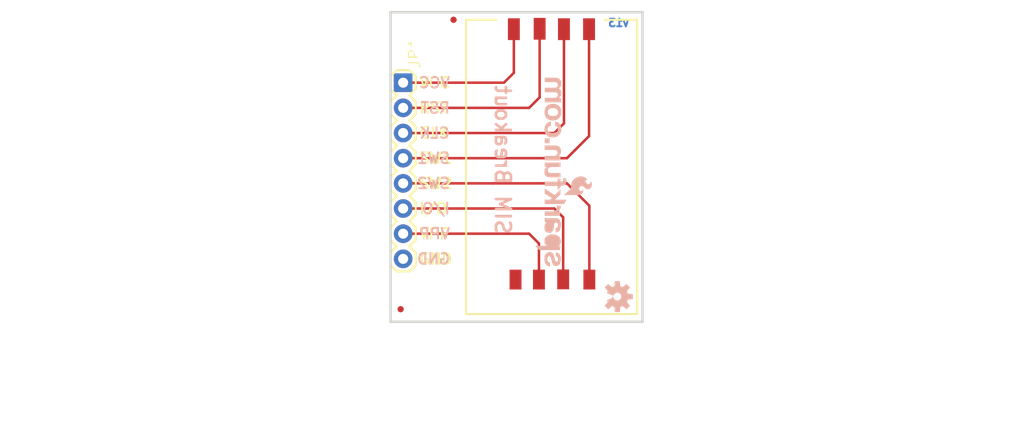
<source format=kicad_pcb>
(kicad_pcb (version 20211014) (generator pcbnew)
  (layers (0 "F.Cu" signal) (31 "B.Cu" signal) (34 "B.Paste" user) (35 "F.Paste" user) (36 "B.SilkS" user "B.Silkscreen") (37 "F.SilkS" user "F.Silkscreen") (38 "B.Mask" user) (39 "F.Mask" user) (44 "Edge.Cuts" user))
  (net 0 "")
  (net 1 "VCC")
  (net 2 "RST")
  (net 3 "CLK")
  (net 4 "I/O")
  (net 5 "VPP")
  (net 6 "GND")
  (net 7 "SW1")
  (net 8 "SW2")
  (footprint "boardEagle:STAND-OFF" (layer "F.Cu") (at 139.6111 118.0846)
    (fp_text reference "STANDOFF2" hide)
    (fp_text value "STAND-OFF" hide)
    (pad "" np_thru_hole circle (at 0 0) (size 3.302 3.302) (drill 3.302) (layers *.Cu *.Mask))
  )
  (footprint "boardEagle:SIMHOLDER2" (layer "F.Cu") (at 143.4211 90.1446 -90)
    (fp_text reference "U2" hide)
    (fp_text value "SIMHOLDER" hide)
    (fp_line (start 0 -17.24) (end 0 -14) (layer "F.SilkS") (width 0.2032))
    (fp_line (start 0 -17.245) (end 29.7 -17.245) (layer "F.SilkS") (width 0.2032))
    (fp_line (start 29.7 0) (end 0 0) (layer "F.SilkS") (width 0.2032))
    (fp_line (start 29.7 -17.245) (end 29.7 0) (layer "F.SilkS") (width 0.2032))
    (fp_line (start 0 0) (end 0 -3) (layer "F.SilkS") (width 0.2032))
    (pad "1" smd rect (at 0.95 -4.81) (size 1.2 2.2) (layers "F.Cu" "F.Paste" "F.Mask") (net 1 "VCC"))
    (pad "2" smd rect (at 0.91 -7.41) (size 1.2 2.2) (layers "F.Cu" "F.Paste" "F.Mask") (net 2 "RST"))
    (pad "3" smd rect (at 0.95 -9.86) (size 1.2 2.2) (layers "F.Cu" "F.Paste" "F.Mask") (net 3 "CLK"))
    (pad "4" smd rect (at 0.95 -12.39) (size 1.2 2.2) (layers "F.Cu" "F.Paste" "F.Mask") (net 7 "SW1"))
    (pad "5" smd rect (at 26.22 -12.42) (size 1.2 2) (layers "F.Cu" "F.Paste" "F.Mask") (net 8 "SW2"))
    (pad "6" smd rect (at 26.2 -9.78) (size 1.2 2) (layers "F.Cu" "F.Paste" "F.Mask") (net 4 "I/O"))
    (pad "7" smd rect (at 26.22 -7.34) (size 1.2 2) (layers "F.Cu" "F.Paste" "F.Mask") (net 5 "VPP"))
    (pad "8" smd rect (at 26.22 -4.98) (size 1.2 2) (layers "F.Cu" "F.Paste" "F.Mask") (net 6 "GND"))
  )
  (footprint "boardEagle:MICRO-FIDUCIAL" (layer "F.Cu") (at 136.8171 119.3546)
    (fp_text reference "FID1" hide)
    (fp_text value "FIDUCIALUFIDUCIAL" hide)
    (pad "1" smd roundrect (at 0 0) (size 0.635 0.635) (layers "F.Cu" "F.Mask") (roundrect_rratio 0.5))
  )
  (footprint "boardEagle:STAND-OFF" (layer "F.Cu") (at 139.6111 92.6846)
    (fp_text reference "STANDOFF1" hide)
    (fp_text value "STAND-OFF" hide)
    (pad "" np_thru_hole circle (at 0 0) (size 3.302 3.302) (drill 3.302) (layers *.Cu *.Mask))
  )
  (footprint "boardEagle:CREATIVE_COMMONS" (layer "F.Cu") (at 116.7511 130.7846)
    (fp_text reference "FRAME2" hide)
    (fp_text value "FRAME-LETTER" hide)
  )
  (footprint "boardEagle:1X08" (layer "F.Cu") (at 137.0711 96.4946 -90)
    (fp_text reference "JP1" (at -1.3462 -1.8288 -90) (layer "F.SilkS") (effects (font (size 1.143 1.143) (thickness 0.127)) (justify left bottom)))
    (fp_text value "")
    (fp_line (start 13.97 0.635) (end 13.335 1.27) (layer "F.SilkS") (width 0.2032))
    (fp_line (start 11.43 0.635) (end 10.795 1.27) (layer "F.SilkS") (width 0.2032))
    (fp_line (start 13.335 1.27) (end 12.065 1.27) (layer "F.SilkS") (width 0.2032))
    (fp_line (start 0.635 1.27) (end -0.635 1.27) (layer "F.SilkS") (width 0.2032))
    (fp_line (start 8.255 1.27) (end 6.985 1.27) (layer "F.SilkS") (width 0.2032))
    (fp_line (start 3.175 1.27) (end 1.905 1.27) (layer "F.SilkS") (width 0.2032))
    (fp_line (start 14.605 -1.27) (end 13.97 -0.635) (layer "F.SilkS") (width 0.2032))
    (fp_line (start 13.97 0.635) (end 14.605 1.27) (layer "F.SilkS") (width 0.2032))
    (fp_line (start 12.065 1.27) (end 11.43 0.635) (layer "F.SilkS") (width 0.2032))
    (fp_line (start 6.35 0.635) (end 5.715 1.27) (layer "F.SilkS") (width 0.2032))
    (fp_line (start 1.27 -0.635) (end 1.905 -1.27) (layer "F.SilkS") (width 0.2032))
    (fp_line (start 15.875 -1.27) (end 16.51 -0.635) (layer "F.SilkS") (width 0.2032))
    (fp_line (start 4.445 1.27) (end 3.81 0.635) (layer "F.SilkS") (width 0.2032))
    (fp_line (start 18.415 1.27) (end 17.145 1.27) (layer "F.SilkS") (width 0.2032))
    (fp_line (start 6.985 -1.27) (end 8.255 -1.27) (layer "F.SilkS") (width 0.2032))
    (fp_line (start 18.415 -1.27) (end 19.05 -0.635) (layer "F.SilkS") (width 0.2032))
    (fp_line (start 3.81 0.635) (end 3.175 1.27) (layer "F.SilkS") (width 0.2032))
    (fp_line (start 1.27 0.635) (end 0.635 1.27) (layer "F.SilkS") (width 0.2032))
    (fp_line (start 6.35 0.635) (end 6.985 1.27) (layer "F.SilkS") (width 0.2032))
    (fp_line (start 1.905 -1.27) (end 3.175 -1.27) (layer "F.SilkS") (width 0.2032))
    (fp_line (start 0.635 -1.27) (end 1.27 -0.635) (layer "F.SilkS") (width 0.2032))
    (fp_line (start 10.795 -1.27) (end 11.43 -0.635) (layer "F.SilkS") (width 0.2032))
    (fp_line (start -1.27 0.635) (end -0.635 1.27) (layer "F.SilkS") (width 0.2032))
    (fp_line (start 19.05 0.635) (end 18.415 1.27) (layer "F.SilkS") (width 0.2032))
    (fp_line (start 8.89 0.635) (end 8.255 1.27) (layer "F.SilkS") (width 0.2032))
    (fp_line (start -1.27 -0.635) (end -1.27 0.635) (layer "F.SilkS") (width 0.2032))
    (fp_line (start 11.43 -0.635) (end 12.065 -1.27) (layer "F.SilkS") (width 0.2032))
    (fp_line (start 8.89 -0.635) (end 9.525 -1.27) (layer "F.SilkS") (width 0.2032))
    (fp_line (start 8.255 -1.27) (end 8.89 -0.635) (layer "F.SilkS") (width 0.2032))
    (fp_line (start -0.635 -1.27) (end -1.27 -0.635) (layer "F.SilkS") (width 0.2032))
    (fp_line (start 14.605 -1.27) (end 15.875 -1.27) (layer "F.SilkS") (width 0.2032))
    (fp_line (start 3.175 -1.27) (end 3.81 -0.635) (layer "F.SilkS") (width 0.2032))
    (fp_line (start 9.525 -1.27) (end 10.795 -1.27) (layer "F.SilkS") (width 0.2032))
    (fp_line (start 13.335 -1.27) (end 13.97 -0.635) (layer "F.SilkS") (width 0.2032))
    (fp_line (start 6.985 -1.27) (end 6.35 -0.635) (layer "F.SilkS") (width 0.2032))
    (fp_line (start 5.715 1.27) (end 4.445 1.27) (layer "F.SilkS") (width 0.2032))
    (fp_line (start 17.145 -1.27) (end 16.51 -0.635) (layer "F.SilkS") (width 0.2032))
    (fp_line (start 9.525 1.27) (end 8.89 0.635) (layer "F.SilkS") (width 0.2032))
    (fp_line (start 16.51 0.635) (end 17.145 1.27) (layer "F.SilkS") (width 0.2032))
    (fp_line (start 15.875 1.27) (end 14.605 1.27) (layer "F.SilkS") (width 0.2032))
    (fp_line (start 10.795 1.27) (end 9.525 1.27) (layer "F.SilkS") (width 0.2032))
    (fp_line (start 3.81 -0.635) (end 4.445 -1.27) (layer "F.SilkS") (width 0.2032))
    (fp_line (start 5.715 -1.27) (end 6.35 -0.635) (layer "F.SilkS") (width 0.2032))
    (fp_line (start 16.51 0.635) (end 15.875 1.27) (layer "F.SilkS") (width 0.2032))
    (fp_line (start 12.065 -1.27) (end 13.335 -1.27) (layer "F.SilkS") (width 0.2032))
    (fp_line (start 1.905 1.27) (end 1.27 0.635) (layer "F.SilkS") (width 0.2032))
    (fp_line (start 4.445 -1.27) (end 5.715 -1.27) (layer "F.SilkS") (width 0.2032))
    (fp_line (start -0.635 -1.27) (end 0.635 -1.27) (layer "F.SilkS") (width 0.2032))
    (fp_line (start 19.05 -0.635) (end 19.05 0.635) (layer "F.SilkS") (width 0.2032))
    (fp_line (start 17.145 -1.27) (end 18.415 -1.27) (layer "F.SilkS") (width 0.2032))
    (pad "1" thru_hole rect (at 0 0) (size 1.8796 1.8796) (drill 1.016) (layers *.Cu *.Mask) (net 1 "VCC"))
    (pad "2" thru_hole circle (at 2.54 0) (size 1.8796 1.8796) (drill 1.016) (layers *.Cu *.Mask) (net 2 "RST"))
    (pad "3" thru_hole circle (at 5.08 0) (size 1.8796 1.8796) (drill 1.016) (layers *.Cu *.Mask) (net 3 "CLK"))
    (pad "4" thru_hole circle (at 7.62 0) (size 1.8796 1.8796) (drill 1.016) (layers *.Cu *.Mask) (net 7 "SW1"))
    (pad "5" thru_hole circle (at 10.16 0) (size 1.8796 1.8796) (drill 1.016) (layers *.Cu *.Mask) (net 8 "SW2"))
    (pad "6" thru_hole circle (at 12.7 0) (size 1.8796 1.8796) (drill 1.016) (layers *.Cu *.Mask) (net 4 "I/O"))
    (pad "7" thru_hole circle (at 15.24 0) (size 1.8796 1.8796) (drill 1.016) (layers *.Cu *.Mask) (net 5 "VPP"))
    (pad "8" thru_hole circle (at 17.78 0) (size 1.8796 1.8796) (drill 1.016) (layers *.Cu *.Mask) (net 6 "GND"))
  )
  (footprint "boardEagle:MICRO-FIDUCIAL" (layer "F.Cu") (at 142.1511 90.1446)
    (fp_text reference "FID2" hide)
    (fp_text value "FIDUCIALUFIDUCIAL" hide)
    (pad "1" smd roundrect (at 0 0) (size 0.635 0.635) (layers "F.Cu" "F.Mask") (roundrect_rratio 0.5))
  )
  (footprint "boardEagle:SFE-NEW-WEBLOGO" (layer "B.Cu") (at 150.4061 115.0366 90)
    (fp_text reference "U$1" hide)
    (fp_text value "" hide)
    (fp_line (start 15.5702 2.2962) (end 15.5702 2.6137) (layer "B.SilkS") (width 0.0254))
    (fp_line (start 10.7163 0.9449) (end 10.7163 2.5171) (layer "B.SilkS") (width 0.0254))
    (fp_line (start 15.5499 2.6137) (end 15.5499 2.2911) (layer "B.SilkS") (width 0.0254))
    (fp_line (start 12.1818 2.0091) (end 12.1818 0.955) (layer "B.SilkS") (width 0.0254))
    (fp_line (start 11.1379 0.9449) (end 10.7163 0.9449) (layer "B.SilkS") (width 0.0254))
    (fp_line (start 11.7729 0.955) (end 11.7729 1.9202) (layer "B.SilkS") (width 0.0254))
    (fp_line (start 15.5499 2.2911) (end 15.527 2.2911) (layer "B.SilkS") (width 0.0254))
    (fp_line (start 11.1201 2.2962) (end 11.1277 2.2962) (layer "B.SilkS") (width 0.0254))
    (fp_line (start 10.7163 2.5171) (end 11.1201 2.5171) (layer "B.SilkS") (width 0.0254))
    (fp_line (start 15.5702 2.6137) (end 15.5854 2.6137) (layer "B.SilkS") (width 0.0254))
    (fp_line (start 11.1379 1.8136) (end 11.1379 0.9449) (layer "B.SilkS") (width 0.0254))
    (fp_line (start 11.1201 2.5171) (end 11.1201 2.2962) (layer "B.SilkS") (width 0.0254))
    (fp_line (start 12.1818 0.955) (end 11.7729 0.955) (layer "B.SilkS") (width 0.0254))
    (fp_arc (start 15.9029 0.9754) (mid 16.153433 1.12491) (end 16.317 1.3665) (layer "B.SilkS") (width 0.0254))
    (fp_arc (start 11.4198 2.2327) (mid 11.475702 2.235165) (end 11.5316 2.2377) (layer "B.SilkS") (width 0.0254))
    (fp_arc (start 12.1488 2.232699) (mid 12.104013 2.336521) (end 12.0345 2.4257) (layer "B.SilkS") (width 0.0254))
    (fp_arc (start 11.5672 2.5552) (mid 11.411238 2.523841) (end 11.2725 2.446) (layer "B.SilkS") (width 0.0254))
    (fp_arc (start 11.7678 2.5502) (mid 11.667584 2.556058) (end 11.5672 2.5552) (layer "B.SilkS") (width 0.0254))
    (fp_arc (start 11.1455 2.3038) (mid 11.152103 2.311188) (end 11.1582 2.319) (layer "B.SilkS") (width 0.0254))
    (fp_arc (start 15.5499 2.6137) (mid 15.331296 2.577713) (end 15.1282 2.4892) (layer "B.SilkS") (width 0.0254))
    (fp_arc (start 15.9588 1.971) (mid 15.910982 2.096372) (end 15.8318 2.2047) (layer "B.SilkS") (width 0.0254))
    (fp_arc (start 15.7277 2.2708) (mid 15.650001 2.290018) (end 15.5702 2.2962) (layer "B.SilkS") (width 0.0254))
    (fp_arc (start 11.2725 2.446) (mid 11.226399 2.404414) (end 11.1862 2.3571) (layer "B.SilkS") (width 0.0254))
    (fp_arc (start 11.7729 1.9202) (mid 11.758038 2.02962) (end 11.7145 2.1311) (layer "B.SilkS") (width 0.0254))
    (fp_arc (start 11.7145 2.1311) (mid 11.664346 2.1894) (end 11.5976 2.2276) (layer "B.SilkS") (width 0.0254))
    (fp_arc (start 16.4033 1.808499) (mid 16.333054 2.143404) (end 16.129 2.4181) (layer "B.SilkS") (width 0.0254))
    (fp_arc (start 14.7549 1.9507) (mid 14.737287 1.759061) (end 14.7523 1.5672) (layer "B.SilkS") (width 0.0254))
    (fp_arc (start 16.129 2.4181) (mid 15.978822 2.520652) (end 15.809 2.5857) (layer "B.SilkS") (width 0.0254))
    (fp_arc (start 11.1379 1.8821) (mid 11.137681 1.84785) (end 11.1379 1.8136) (layer "B.SilkS") (width 0.0254))
    (fp_arc (start 14.7523 1.5672) (mid 14.792796 1.413418) (end 14.8615 1.27) (layer "B.SilkS") (width 0.0254))
    (fp_arc (start 15.5423 0.9195) (mid 15.724919 0.932492) (end 15.9029 0.9754) (layer "B.SilkS") (width 0.0254))
    (fp_arc (start 15.428 1.2522) (mid 15.597525 1.230563) (end 15.7632 1.2725) (layer "B.SilkS") (width 0.0254))
    (fp_arc (start 15.9868 1.7196) (mid 15.980368 1.846143) (end 15.9588 1.971) (layer "B.SilkS") (width 0.0254))
    (fp_arc (start 15.8318 2.2047) (mid 15.783745 2.244042) (end 15.7277 2.2708) (layer "B.SilkS") (width 0.0254))
    (fp_arc (start 12.0345 2.425699) (mid 11.911985 2.51116) (end 11.7678 2.5502) (layer "B.SilkS") (width 0.0254))
    (fp_arc (start 16.317 1.3665) (mid 16.380488 1.583529) (end 16.4033 1.8085) (layer "B.SilkS") (width 0.0254))
    (fp_arc (start 15.2781 2.1692) (mid 15.20247 2.035022) (end 15.168899 1.8847) (layer "B.SilkS") (width 0.0254))
    (fp_arc (start 11.1277 2.2962) (mid 11.137379 2.298176) (end 11.1455 2.3038) (layer "B.SilkS") (width 0.0254))
    (fp_arc (start 11.2598 2.1692) (mid 11.206137 2.110016) (end 11.1684 2.0396) (layer "B.SilkS") (width 0.0254))
    (fp_arc (start 15.128201 2.4892) (mid 14.882786 2.260687) (end 14.7549 1.9507) (layer "B.SilkS") (width 0.0254))
    (fp_arc (start 11.5976 2.2276) (mid 11.565101 2.235925) (end 11.5316 2.2377) (layer "B.SilkS") (width 0.0254))
    (fp_arc (start 14.9911 1.1201) (mid 15.249615 0.972855) (end 15.5423 0.9195) (layer "B.SilkS") (width 0.0254))
    (fp_arc (start 11.4198 2.2327) (mid 11.334441 2.214452) (end 11.259799 2.1692) (layer "B.SilkS") (width 0.0254))
    (fp_arc (start 11.1684 2.0396) (mid 11.146105 1.962214) (end 11.1379 1.8821) (layer "B.SilkS") (width 0.0254))
    (fp_arc (start 14.8615 1.27) (mid 14.919858 1.189481) (end 14.9911 1.1201) (layer "B.SilkS") (width 0.0254))
    (fp_arc (start 15.527 2.2911) (mid 15.388433 2.258974) (end 15.278099 2.1692) (layer "B.SilkS") (width 0.0254))
    (fp_arc (start 15.908 1.4097) (mid 15.966057 1.559906) (end 15.9868 1.7196) (layer "B.SilkS") (width 0.0254))
    (fp_arc (start 15.7632 1.2725) (mid 15.846801 1.329279) (end 15.908 1.4097) (layer "B.SilkS") (width 0.0254))
    (fp_arc (start 12.1818 2.0091) (mid 12.172765 2.122002) (end 12.1488 2.2327) (layer "B.SilkS") (width 0.0254))
    (fp_arc (start 15.24 1.4097) (mid 15.31871 1.3127) (end 15.428 1.2522) (layer "B.SilkS") (width 0.0254))
    (fp_arc (start 15.809 2.5857) (mid 15.698073 2.606673) (end 15.5854 2.6137) (layer "B.SilkS") (width 0.0254))
    (fp_arc (start 15.1689 1.8847) (mid 15.165026 1.761448) (end 15.1714 1.6383) (layer "B.SilkS") (width 0.0254))
    (fp_arc (start 15.1714 1.6383) (mid 15.194331 1.520588) (end 15.24 1.4097) (layer "B.SilkS") (width 0.0254))
    (fp_arc (start 11.1862 2.3571) (mid 11.172158 2.338081) (end 11.1582 2.319) (layer "B.SilkS") (width 0.0254))
    (fp_poly (pts (xy 14.181776 2.563159) (xy 14.181555 2.560669) (xy 14.327447 2.496725) (xy 14.547848 2.246517) (xy 14.619242 1.9914) (xy 14.1707 1.9914) (xy 14.1707 2.005388) (xy 14.15242 2.10038) (xy 14.100807 2.180729) (xy 14.023181 2.236025) (xy 13.860405 2.2706) (xy 13.694207 2.245798) (xy 13.653262 2.227396) (xy 13.618712 2.198612) (xy 13.531409 2.074936) (xy 13.459735 1.779947) (xy 13.507258 1.471936) (xy 13.55233 1.379537) (xy 13.718934 1.256376) (xy 13.795519 1.238584) (xy 13.875272 1.234455) (xy 13.963395 1.249226) (xy 14.044683 1.286045) (xy 14.088707 1.320383) (xy 14.123821 1.362695) (xy 14.191983 1.5646) (xy 14.6202 1.5646) (xy 14.6202 1.546046) (xy 14.607183 1.4497) (xy 14.551954 1.307962) (xy 14.468685 1.180108) (xy 14.234909 0.989147) (xy 13.88734 0.904104) (xy 13.726062 0.914148) (xy 13.567886 0.942693) (xy 13.423659 0.994928) (xy 13.188191 1.185237) (xy 13.098694 1.32648) (xy 13.017451 1.644495) (xy 13.0251 1.894992) (xy 13.0251 1.896181) (xy 13.064859 2.076939) (xy 13.14486 2.243932) (xy 13.26133 2.388842) (xy 13.574558 2.580191) (xy 13.883988 2.616332)) (layer "B.SilkS") (width 0) (fill solid))
    (fp_poly (pts (xy 6.7335 1.97376) (xy 7.284539 2.5248) (xy 7.78835 2.5248) (xy 7.197009 1.946483) (xy 7.869909 0.937183) (xy 7.330929 0.939835) (xy 6.903958 1.643716) (xy 6.7386 1.483032) (xy 6.7386 0.9296) (xy 6.306639 0.9296) (xy 6.2941 0.942139) (xy 6.2941 2.887776) (xy 6.7335 3.138467)) (layer "B.SilkS") (width 0) (fill solid))
    (fp_poly (pts (xy 4.444983 2.544915) (xy 4.588724 2.501712) (xy 4.72259 2.430523) (xy 4.844814 2.271666) (xy 4.859671 2.1819) (xy 4.8616 2.1819) (xy 4.8616 1.6891) (xy 4.864173 1.6891) (xy 4.861603 1.242544) (xy 4.871819 1.108765) (xy 4.906709 0.979276) (xy 4.920484 0.9423) (xy 4.495275 0.9423) (xy 4.477494 0.951279) (xy 4.472002 0.970735) (xy 4.468249 0.985133) (xy 4.446292 1.084946) (xy 4.440321 1.089528) (xy 4.438946 1.088886) (xy 4.309064 0.98859) (xy 4.153188 0.927249) (xy 3.824183 0.906712) (xy 3.683825 0.938256) (xy 3.554173 1.000134) (xy 3.486826 1.05665) (xy 3.437273 1.130532) (xy 3.3807 1.444163) (xy 3.3807 1.446675) (xy 3.401941 1.543624) (xy 3.446308 1.632822) (xy 3.527788 1.722902) (xy 3.632416 1.784766) (xy 3.937258 1.861632) (xy 4.048648 1.873601) (xy 4.159032 1.884616) (xy 4.224808 1.893434) (xy 4.289167 1.907055) (xy 4.336271 1.923637) (xy 4.379043 1.948303) (xy 4.407461 1.974391) (xy 4.413402 1.982997) (xy 4.4171 1.991455) (xy 4.4171 2.14983) (xy 4.358226 2.232254) (xy 4.254396 2.270917) (xy 4.188033 2.274326) (xy 4.120968 2.275774) (xy 4.006679 2.25395) (xy 3.883049 2.131716) (xy 3.8659 2.045941) (xy 3.8659 2.0295) (xy 3.429 2.0295) (xy 3.429 2.040006) (xy 3.418965 2.041638) (xy 3.439259 2.166448) (xy 3.491292 2.283494) (xy 3.571378 2.383462) (xy 3.674008 2.459597) (xy 3.791998 2.513469) (xy 3.916944 2.547448) (xy 4.18103 2.571338)) (layer "B.SilkS") (width 0) (fill solid))
    (fp_poly (pts (xy 0.803285 2.567895) (xy 0.944243 2.553799) (xy 1.081508 2.516334) (xy 1.193542 2.461399) (xy 1.291841 2.383865) (xy 1.357039 2.297824) (xy 1.377068 2.257603) (xy 1.393653 2.216867) (xy 1.417283 2.151914) (xy 1.353784 2.105111) (xy 1.152335 2.254241) (xy 0.736496 2.387002) (xy 0.372563 2.277101) (xy 0.417885 2.019712) (xy 1.241556 1.540676) (xy 1.263422 1.497067) (xy 1.147655 1.152457) (xy 0.724605 1.058492) (xy -0.038666 1.4605) (xy 0.4115 1.4605) (xy 0.4115 1.443466) (xy 0.420402 1.369907) (xy 0.454647 1.305856) (xy 0.524204 1.243359) (xy 0.610838 1.206018) (xy 0.637726 1.200933) (xy 0.665996 1.198897) (xy 0.7328 1.198389) (xy 0.79791 1.198884) (xy 0.968129 1.258019) (xy 1.007666 1.302193) (xy 1.028603 1.358428) (xy 1.025789 1.425439) (xy 0.995864 1.485288) (xy 0.943734 1.527918) (xy 0.715431 1.605731) (xy 0.533161 1.644154) (xy 0.351479 1.692254) (xy 0.230117 1.743632) (xy 0.122357 1.822697) (xy 0.0457 1.960096) (xy 0.0457 1.963141) (xy 0.038572 2.135467) (xy 0.0838 2.300409) (xy 0.0838 2.303445) (xy 0.206233 2.444416) (xy 0.620397 2.567885) (xy 0.71245 2.568634)) (layer "B.SilkS") (width 0) (fill solid))
    (fp_poly (pts (xy 8.337002 5.691103) (xy 8.426449 5.668729) (xy 8.439477 5.663683) (xy 8.451149 5.657775) (xy 8.46786 5.649476) (xy 8.486552 5.642734) (xy 8.582694 5.5855) (xy 8.5903 5.5855) (xy 8.5903 5.5601) (xy 8.517833 5.5601) (xy 8.419418 5.540814) (xy 8.285855 5.378186) (xy 8.290365 5.319725) (xy 8.33909 5.224769) (xy 8.415666 5.148096) (xy 8.505069 5.083538) (xy 8.580348 5.051724) (xy 8.661737 5.054532) (xy 8.669864 5.057086) (xy 8.677257 5.060289) (xy 8.741514 5.119856) (xy 8.7478 5.142712) (xy 8.7478 5.260838) (xy 8.974707 5.031027) (xy 9.079186 4.739741) (xy 9.082603 4.739794) (xy 9.08906 4.533335) (xy 9.059857 4.34032) (xy 8.996308 4.155742) (xy 8.8773 3.944478) (xy 8.8773 3.963481) (xy 8.589131 3.69191) (xy 8.193239 3.5814) (xy 7.964005 3.5814) (xy 7.927201 3.574946) (xy 7.892776 3.562492) (xy 7.707322 3.424684) (xy 7.1984 2.85199) (xy 7.1984 4.40367) (xy 7.271004 4.644867) (xy 7.379295 4.748389) (xy 7.518122 4.800422) (xy 7.6149 4.807989) (xy 7.710384 4.800523) (xy 7.77091 4.790999) (xy 7.768788 4.767333) (xy 7.733216 4.768142) (xy 7.712784 4.759041) (xy 7.631519 4.700054) (xy 7.611722 4.67357) (xy 7.601395 4.6114) (xy 7.611905 4.548129) (xy 7.632405 4.508074) (xy 7.663343 4.475585) (xy 7.757535 4.42645) (xy 7.863229 4.414642) (xy 7.953768 4.432984) (xy 8.03522 4.472556) (xy 8.13303 4.637559) (xy 8.118706 4.731744) (xy 8.061914 4.813301) (xy 7.795707 5.146137) (xy 7.772667 5.393755) (xy 7.838495 5.504456) (xy 7.840042 5.506003) (xy 7.989901 5.63002) (xy 8.243676 5.699964)) (layer "B.SilkS") (width 0) (fill solid))
    (fp_poly (pts (xy 9.4234 1.520809) (xy 9.472888 1.359974) (xy 9.516069 1.308185) (xy 9.573108 1.271734) (xy 9.714103 1.241374) (xy 9.853529 1.268908) (xy 10.003067 1.442966) (xy 10.033 1.684784) (xy 10.033 2.5273) (xy 10.48 2.5273) (xy 10.48 0.9398) (xy 10.0533 0.9398) (xy 10.0533 1.159713) (xy 9.961626 1.051965) (xy 9.823848 0.946774) (xy 9.797269 0.933513) (xy 9.76873 0.924761) (xy 9.46843 0.899096) (xy 9.311419 0.929258) (xy 9.173895 1.0008) (xy 9.172522 1.0008) (xy 9.155194 1.014756) (xy 9.141833 1.028106) (xy 9.055991 1.150842) (xy 9.0022 1.291099) (xy 8.984 1.439423) (xy 8.984 2.5324) (xy 9.4234 2.5324)) (layer "B.SilkS") (width 0) (fill solid))
    (fp_poly (pts (xy 6.1316 2.557116) (xy 6.1316 2.1463) (xy 6.115783 2.1463) (xy 6.10653 2.147054) (xy 6.097893 2.149211) (xy 6.068387 2.157247) (xy 6.038922 2.161538) (xy 5.96265 2.16474) (xy 5.887609 2.16159) (xy 5.731931 2.107297) (xy 5.637642 2.018651) (xy 5.577302 1.903423) (xy 5.5499 1.736362) (xy 5.5499 0.9423) (xy 5.107878 0.9423) (xy 5.110519 2.454146) (xy 5.522 2.527255) (xy 5.522 2.234211) (xy 5.526569 2.235704) (xy 5.544428 2.262537) (xy 5.578841 2.314524) (xy 5.613758 2.367854) (xy 5.686736 2.438162) (xy 5.778008 2.498223) (xy 5.979984 2.565515)) (layer "B.SilkS") (width 0) (fill solid))
    (fp_poly (pts (xy 12.4257 0.9449) (xy 12.921 0.9449) (xy 12.921 1.43) (xy 12.4257 1.43)) (layer "B.SilkS") (width 0) (fill solid))
    (fp_poly (pts (xy 15.5499 2.609649) (xy 15.5499 2.29782) (xy 15.429469 2.281338) (xy 15.314616 2.217851) (xy 15.23586 2.109416) (xy 15.196312 2.020604) (xy 15.168868 1.873153) (xy 15.163824 1.687316) (xy 15.181322 1.562471) (xy 15.218744 1.447652) (xy 15.272523 1.345) (xy 15.437302 1.244156) (xy 15.6121 1.221967) (xy 15.787119 1.281181) (xy 15.894998 1.379217) (xy 15.949332 1.500229) (xy 15.9868 1.655017) (xy 15.9868 1.797481) (xy 15.961756 1.990339) (xy 15.88736 2.151531) (xy 15.803924 2.232457) (xy 15.708711 2.283762) (xy 15.58997 2.2936) (xy 15.567485 2.2936) (xy 15.57294 2.617878) (xy 15.788992 2.590535) (xy 15.954486 2.53364) (xy 16.155367 2.394616) (xy 16.266844 2.264968) (xy 16.37246 2.027864) (xy 16.400898 1.805948) (xy 16.375193 1.592623) (xy 16.305839 1.343513) (xy 16.222719 1.211114) (xy 16.101494 1.095067) (xy 15.987532 1.014773) (xy 15.799031 0.950211) (xy 15.544583 0.924513) (xy 15.240687 0.965682) (xy 14.951456 1.146439) (xy 14.788469 1.399985) (xy 14.726674 1.793647) (xy 14.809154 2.154405) (xy 15.026083 2.4307) (xy 15.368412 2.600648) (xy 15.51864 2.6187) (xy 15.52691 2.6187)) (layer "B.SilkS") (width 0) (fill solid))
    (fp_poly (pts (xy 11.770768 2.56283) (xy 12.043428 2.435548) (xy 12.160999 2.237024) (xy 12.1945 2.010032) (xy 12.1945 0.9423) (xy 11.7602 0.9423) (xy 11.7602 1.918474) (xy 11.70302 2.124971) (xy 11.656141 2.179464) (xy 11.593345 2.215403) (xy 11.53092 2.224956) (xy 11.476269 2.222478) (xy 11.422495 2.220106) (xy 11.268 2.158791) (xy 11.18035 2.034508) (xy 11.1506 1.880883) (xy 11.1506 0.9322) (xy 10.7036 0.9322) (xy 10.7036 2.5298) (xy 11.1328 2.5298) (xy 11.1328 2.310454) (xy 11.136857 2.313263) (xy 11.148195 2.326834) (xy 11.161924 2.345602) (xy 11.176241 2.364992) (xy 11.217267 2.413279) (xy 11.265048 2.456381) (xy 11.406772 2.535896) (xy 11.566093 2.567932)) (layer "B.SilkS") (width 0) (fill solid))
    (fp_poly (pts (xy 8.809435 3.119895) (xy 8.875117 3.1166) (xy 8.89 3.1166) (xy 8.89 2.7889) (xy 8.869112 2.7889) (xy 8.841108 2.7915) (xy 8.660351 2.7915) (xy 8.587936 2.740064) (xy 8.571192 2.699602) (xy 8.5649 2.653436) (xy 8.5649 2.5273) (xy 8.8621 2.5273) (xy 8.8621 2.2352) (xy 8.5623 2.2352) (xy 8.5623 0.9322) (xy 8.1204 0.9322) (xy 8.1204 2.232779) (xy 7.70383 2.235391) (xy 7.995739 2.5273) (xy 8.1255 2.5273) (xy 8.1255 2.560826) (xy 8.143432 2.77702) (xy 8.219199 2.938937) (xy 8.324367 3.032939) (xy 8.449534 3.095959) (xy 8.586403 3.1242) (xy 8.743112 3.1242)) (layer "B.SilkS") (width 0) (fill solid))
    (fp_poly (pts (xy 1.201557 2.290098) (xy 1.414074 2.156268) (xy 1.42383 2.065) (xy 1.01008 2.065) (xy 1.00135 2.126336) (xy 0.936084 2.220524) (xy 0.871818 2.257603) (xy 0.798545 2.2758) (xy 0.628591 2.2758) (xy 0.583991 2.267366) (xy 0.541641 2.251683) (xy 0.51157 2.232098) (xy 0.488615 2.205726) (xy 0.469153 2.152745) (xy 0.474605 2.097619) (xy 0.521549 2.031824) (xy 0.664468 1.962838) (xy 0.866638 1.922444) (xy 1.206678 1.822687) (xy 1.354318 1.729494) (xy 1.389578 1.692366) (xy 1.416579 1.648151) (xy 1.460229 1.440208) (xy 1.447804 1.4376) (xy 1.460484 1.436955) (xy 1.457817 1.384541) (xy 1.452657 1.33034) (xy 1.371775 1.140043) (xy 1.14885 0.969822) (xy 1.013381 0.927267) (xy 0.74708 0.904177) (xy 0.617383 0.909691) (xy 0.487493 0.922202) (xy 0.306845 0.984179) (xy 0.185213 1.061804) (xy 0.109225 1.132023) (xy 0.056988 1.2215) (xy 0.013059 1.350644) (xy 0.002577 1.410659) (xy -0.00152 1.469003) (xy 0.738195 1.10308) (xy 1.120535 1.189415) (xy 1.224069 1.497645) (xy 0.809011 1.723764) (xy 0.364394 1.98847) (xy 0.308075 2.310537) (xy 0.741882 2.423672)) (layer "B.SilkS") (width 0) (fill solid))
    (fp_poly (pts (xy 2.834651 2.506079) (xy 2.92707 2.450683) (xy 3.011605 2.383731) (xy 3.1267 2.221709) (xy 3.1267 2.263503) (xy 3.219434 1.972794) (xy 3.236098 1.526727) (xy 3.068933 1.135798) (xy 2.975978 1.041462) (xy 2.864973 0.970996) (xy 2.740356 0.92713) (xy 2.372489 0.922) (xy 2.370226 0.922) (xy 2.254471 0.962806) (xy 2.0828 1.127587) (xy 2.0828 -0.010757) (xy 1.6434 0.385552) (xy 1.6434 2.45912) (xy 2.057593 2.537568) (xy 2.055012 2.330538) (xy 2.068304 2.345345) (xy 2.15812 2.442839) (xy 2.234107 2.497896) (xy 2.368681 2.552194) (xy 2.419192 2.562883) (xy 2.620347 2.565422)) (layer "B.SilkS") (width 0) (fill solid))
    (fp_poly (pts (xy 17.714962 2.583496) (xy 17.714669 2.58013) (xy 17.812284 2.526288) (xy 17.900302 2.442716) (xy 17.956995 2.351455) (xy 17.961394 2.355854) (xy 18.007182 2.404147) (xy 18.086856 2.480888) (xy 18.177617 2.546023) (xy 18.30384 2.60027) (xy 18.440544 2.616304) (xy 18.698981 2.580082) (xy 18.93345 2.426436) (xy 19.05 2.112985) (xy 19.05 0.9398) (xy 18.6004 0.9398) (xy 18.6004 1.979658) (xy 18.558302 2.150487) (xy 18.49797 2.220003) (xy 18.412014 2.255689) (xy 18.322362 2.262413) (xy 18.233537 2.253336) (xy 18.121633 2.190061) (xy 18.068614 2.109201) (xy 18.041426 2.014408) (xy 18.036069 1.960144) (xy 18.034 1.904767) (xy 18.034 0.9398) (xy 17.5768 0.9398) (xy 17.5768 2.006808) (xy 17.507834 2.191589) (xy 17.433119 2.246143) (xy 17.339789 2.26304) (xy 17.298061 2.260863) (xy 17.256145 2.258198) (xy 17.19103 2.2421) (xy 17.135402 2.205103) (xy 17.092564 2.160343) (xy 17.055171 2.112821) (xy 17.0155 1.934108) (xy 17.0155 0.9423) (xy 16.5583 0.9423) (xy 16.5583 2.573) (xy 16.9824 2.573) (xy 16.9824 2.355139) (xy 16.985319 2.355789) (xy 17.015959 2.3959) (xy 17.093229 2.475705) (xy 17.171263 2.538367) (xy 17.262579 2.579887) (xy 17.318155 2.59498) (xy 17.374103 2.605849) (xy 17.443329 2.614463) (xy 17.514022 2.618767)) (layer "B.SilkS") (width 0) (fill solid))
  )
  (footprint "boardEagle:OSHW-LOGO-S" (layer "B.Cu") (at 158.6611 118.0846 90)
    (fp_text reference "LOGO1" hide)
    (fp_text value "OSHW-LOGOS" hide)
    (fp_poly (pts (xy 0.301647 1.061351) (xy 0.42347 1.022344) (xy 0.537177 0.963769) (xy 0.92862 1.282946) (xy 1.282946 0.92862) (xy 0.961035 0.533823) (xy 1.057046 0.302084) (xy 1.5638 0.250561) (xy 1.5638 -0.250561) (xy 1.057046 -0.302084) (xy 0.961035 -0.533823) (xy 1.282946 -0.92862) (xy 0.92862 -1.282946) (xy 0.537177 -0.96377) (xy 0.356601 -1.056794) (xy 0.088679 -0.410073) (xy 0.326262 -0.2176) (xy 0.373649 -0.121468) (xy 0.392729 -0.010339) (xy 0.379464 0.101634) (xy 0.334947 0.205229) (xy 0.262842 0.291918) (xy 0.169087 0.354561) (xy 0.061406 0.387999) (xy -0.051342 0.38948) (xy -0.159868 0.358881) (xy -0.255234 0.298724) (xy -0.329589 0.213962) (xy -0.376813 0.111569) (xy -0.392176 0.005767) (xy -0.322923 -0.222565) (xy -0.249312 -0.303773) (xy 0.091677 -0.5081) (xy -0.12929 -0.5081) (xy -0.355332 -1.053732) (xy -0.506597 -0.983577) (xy -0.538922 -0.965192) (xy -0.92862 -1.282946) (xy -1.282946 -0.92862) (xy -0.961035 -0.533823) (xy -1.057046 -0.302084) (xy -1.5638 -0.250561) (xy -1.5638 0.250561) (xy -1.057046 0.302084) (xy -0.961035 0.533823) (xy -1.282946 0.92862) (xy -0.92862 1.282946) (xy -0.533823 0.961035) (xy -0.302084 1.057046) (xy -0.250561 1.5638) (xy 0.250561 1.5638)) (layer "B.SilkS") (width 0) (fill solid))
  )
  (gr_line (start 135.8011 120.6246) (end 161.2011 120.6246) (layer "Edge.Cuts") (width 0.254))
  (gr_line (start 161.2011 89.3826) (end 135.8011 89.3826) (layer "Edge.Cuts") (width 0.254))
  (gr_line (start 161.2011 120.6246) (end 161.2011 89.3826) (layer "Edge.Cuts") (width 0.254))
  (gr_line (start 135.8011 89.3826) (end 135.8011 120.6246) (layer "Edge.Cuts") (width 0.254))
  (gr_text "v13" (at 159.9311 90.9066) (layer "B.Cu") (effects (font (size 0.762 0.762) (thickness 0.254)) (justify left bottom mirror)))
  (gr_text "VCC" (at 141.8971 97.1296) (layer "B.SilkS") (effects (font (size 1.0795 1.0795) (thickness 0.1905)) (justify left bottom mirror)))
  (gr_text "VPP" (at 141.8971 112.3696) (layer "B.SilkS") (effects (font (size 1.0795 1.0795) (thickness 0.1905)) (justify left bottom mirror)))
  (gr_text "SW2" (at 141.8971 107.2896) (layer "B.SilkS") (effects (font (size 1.0795 1.0795) (thickness 0.1905)) (justify left bottom mirror)))
  (gr_text "SW1" (at 141.8971 104.7496) (layer "B.SilkS") (effects (font (size 1.0795 1.0795) (thickness 0.1905)) (justify left bottom mirror)))
  (gr_text "SIM Breakout" (at 147.9931 96.6216 -90) (layer "B.SilkS") (effects (font (size 1.5113 1.5113) (thickness 0.2667)) (justify right top mirror)))
  (gr_text "CLK" (at 141.8971 102.2096) (layer "B.SilkS") (effects (font (size 1.0795 1.0795) (thickness 0.1905)) (justify left bottom mirror)))
  (gr_text "I/O" (at 141.8971 109.8296) (layer "B.SilkS") (effects (font (size 1.0795 1.0795) (thickness 0.1905)) (justify left bottom mirror)))
  (gr_text "RST" (at 141.8971 99.6696) (layer "B.SilkS") (effects (font (size 1.0795 1.0795) (thickness 0.1905)) (justify left bottom mirror)))
  (gr_text "GND" (at 141.8971 114.9096) (layer "B.SilkS") (effects (font (size 1.0795 1.0795) (thickness 0.1905)) (justify left bottom mirror)))
  (gr_text "SW1" (at 138.5951 104.7496) (layer "F.SilkS") (effects (font (size 1.0795 1.0795) (thickness 0.1905)) (justify left bottom)))
  (gr_text "VCC" (at 138.5951 97.1296) (layer "F.SilkS") (effects (font (size 1.0795 1.0795) (thickness 0.1905)) (justify left bottom)))
  (gr_text "I/O" (at 138.5951 109.8296) (layer "F.SilkS") (effects (font (size 1.0795 1.0795) (thickness 0.1905)) (justify left bottom)))
  (gr_text "GND" (at 138.5951 114.9096) (layer "F.SilkS") (effects (font (size 1.0795 1.0795) (thickness 0.1905)) (justify left bottom)))
  (gr_text "VPP" (at 138.5951 112.3696) (layer "F.SilkS") (effects (font (size 1.0795 1.0795) (thickness 0.1905)) (justify left bottom)))
  (gr_text "SW2" (at 138.5951 107.2896) (layer "F.SilkS") (effects (font (size 1.0795 1.0795) (thickness 0.1905)) (justify left bottom)))
  (gr_text "CLK" (at 138.5951 102.2096) (layer "F.SilkS") (effects (font (size 1.0795 1.0795) (thickness 0.1905)) (justify left bottom)))
  (gr_text "RST" (at 138.5951 99.6696) (layer "F.SilkS") (effects (font (size 1.0795 1.0795) (thickness 0.1905)) (justify left bottom)))
  (segment (start 148.2311 95.4946) (end 147.2311 96.4946) (width 0.254) (layer "F.Cu") (net 1))
  (segment (start 137.0711 96.4946) (end 147.2311 96.4946) (width 0.254) (layer "F.Cu") (net 1))
  (segment (start 148.2311 91.0946) (end 148.2311 95.4946) (width 0.254) (layer "F.Cu") (net 1))
  (segment (start 149.7711 99.0346) (end 137.0711 99.0346) (width 0.254) (layer "F.Cu") (net 2))
  (segment (start 150.8311 97.9746) (end 149.7711 99.0346) (width 0.254) (layer "F.Cu") (net 2))
  (segment (start 150.8311 91.0546) (end 150.8311 97.9746) (width 0.254) (layer "F.Cu") (net 2))
  (segment (start 153.2811 91.0946) (end 153.2811 100.6046) (width 0.254) (layer "F.Cu") (net 3))
  (segment (start 153.2811 100.6046) (end 152.3111 101.5746) (width 0.254) (layer "F.Cu") (net 3))
  (segment (start 137.0711 101.5746) (end 152.3111 101.5746) (width 0.254) (layer "F.Cu") (net 3))
  (segment (start 153.2011 116.3446) (end 153.2011 110.0846) (width 0.254) (layer "F.Cu") (net 4))
  (segment (start 153.2011 110.0846) (end 152.3111 109.1946) (width 0.254) (layer "F.Cu") (net 4))
  (segment (start 137.0711 109.1946) (end 152.3111 109.1946) (width 0.254) (layer "F.Cu") (net 4))
  (segment (start 150.7611 116.3646) (end 150.7611 112.7246) (width 0.254) (layer "F.Cu") (net 5))
  (segment (start 137.0711 111.7346) (end 149.7711 111.7346) (width 0.254) (layer "F.Cu") (net 5))
  (segment (start 150.7611 112.7246) (end 149.7711 111.7346) (width 0.254) (layer "F.Cu") (net 5))
  (segment (start 148.5011 116.4646) (end 148.5011 116.8146) (width 0.254) (layer "F.Cu") (net 6))
  (segment (start 148.4011 116.3646) (end 148.5011 116.4646) (width 0.254) (layer "F.Cu") (net 6))
  (segment (start 155.8111 91.0946) (end 155.8111 101.8846) (width 0.254) (layer "F.Cu") (net 7))
  (segment (start 137.0711 104.1146) (end 142.8511 104.1146) (width 0.254) (layer "F.Cu") (net 7))
  (segment (start 153.5811 104.1146) (end 155.8111 101.8846) (width 0.254) (layer "F.Cu") (net 7))
  (segment (start 142.8511 104.1146) (end 153.5811 104.1146) (width 0.254) (layer "F.Cu") (net 7))
  (segment (start 146.1311 106.6546) (end 153.5811 106.6546) (width 0.254) (layer "F.Cu") (net 8))
  (segment (start 137.0711 106.6546) (end 146.1311 106.6546) (width 0.254) (layer "F.Cu") (net 8))
  (segment (start 155.8411 108.9146) (end 153.5811 106.6546) (width 0.254) (layer "F.Cu") (net 8))
  (segment (start 155.8411 116.3646) (end 155.8411 108.9146) (width 0.254) (layer "F.Cu") (net 8))
)
</source>
